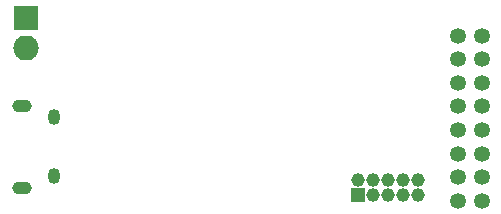
<source format=gbr>
G04 #@! TF.FileFunction,Soldermask,Bot*
%FSLAX46Y46*%
G04 Gerber Fmt 4.6, Leading zero omitted, Abs format (unit mm)*
G04 Created by KiCad (PCBNEW 0.201512021501+6340~38~ubuntu15.10.1-stable) date Sun 06 Dec 2015 12:21:56 AM EST*
%MOMM*%
G01*
G04 APERTURE LIST*
%ADD10C,0.100000*%
%ADD11C,1.350000*%
%ADD12R,1.150000X1.150000*%
%ADD13C,1.150000*%
%ADD14R,2.132000X2.132000*%
%ADD15O,2.132000X2.132000*%
%ADD16O,1.050000X1.350000*%
%ADD17O,1.650000X1.100000*%
G04 APERTURE END LIST*
D10*
D11*
X167354000Y-110108000D03*
X165354000Y-110108000D03*
X167354000Y-108108000D03*
X165354000Y-108108000D03*
X167354000Y-106108000D03*
X165354000Y-106108000D03*
X167354000Y-104108000D03*
X165354000Y-104108000D03*
X167354000Y-102108000D03*
X165354000Y-102108000D03*
X167354000Y-100108000D03*
X165354000Y-100108000D03*
X167354000Y-98108000D03*
X165354000Y-98108000D03*
X167354000Y-96108000D03*
X165354000Y-96108000D03*
D12*
X156845000Y-109601000D03*
D13*
X158115000Y-109601000D03*
X159385000Y-109601000D03*
X160655000Y-109601000D03*
X161925000Y-109601000D03*
X158115000Y-108331000D03*
X159385000Y-108331000D03*
X160655000Y-108331000D03*
X161925000Y-108331000D03*
X156845000Y-108331000D03*
D14*
X128778000Y-94615000D03*
D15*
X128778000Y-97155000D03*
D16*
X131102540Y-103036100D03*
X131102540Y-108036100D03*
D17*
X128402540Y-102036100D03*
X128402540Y-109036100D03*
M02*

</source>
